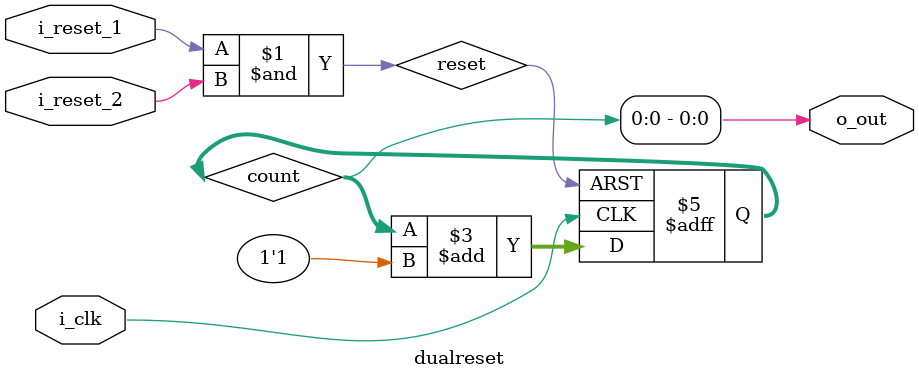
<source format=v>
module dualreset (input i_reset_1, i_reset_2, i_clk, 
             output o_out);

    reg [2:0] count = 0;
    assign o_out = count[0];

    assign reset = i_reset_1 & i_reset_2;

    always @(posedge i_clk or posedge reset) begin
        if (reset)
            count <= 0;
        else
            count <= count + 1'b1;
    end

endmodule
</source>
